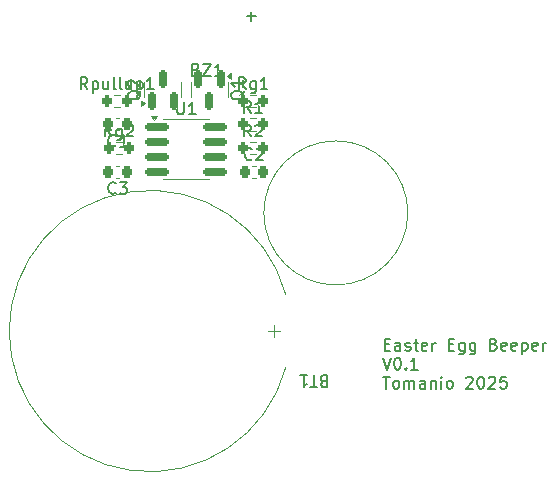
<source format=gbr>
%TF.GenerationSoftware,KiCad,Pcbnew,8.0.8*%
%TF.CreationDate,2025-02-19T12:39:33-05:00*%
%TF.ProjectId,beeping-easter-egg,62656570-696e-4672-9d65-61737465722d,rev?*%
%TF.SameCoordinates,Original*%
%TF.FileFunction,Legend,Top*%
%TF.FilePolarity,Positive*%
%FSLAX46Y46*%
G04 Gerber Fmt 4.6, Leading zero omitted, Abs format (unit mm)*
G04 Created by KiCad (PCBNEW 8.0.8) date 2025-02-19 12:39:33*
%MOMM*%
%LPD*%
G01*
G04 APERTURE LIST*
G04 Aperture macros list*
%AMRoundRect*
0 Rectangle with rounded corners*
0 $1 Rounding radius*
0 $2 $3 $4 $5 $6 $7 $8 $9 X,Y pos of 4 corners*
0 Add a 4 corners polygon primitive as box body*
4,1,4,$2,$3,$4,$5,$6,$7,$8,$9,$2,$3,0*
0 Add four circle primitives for the rounded corners*
1,1,$1+$1,$2,$3*
1,1,$1+$1,$4,$5*
1,1,$1+$1,$6,$7*
1,1,$1+$1,$8,$9*
0 Add four rect primitives between the rounded corners*
20,1,$1+$1,$2,$3,$4,$5,0*
20,1,$1+$1,$4,$5,$6,$7,0*
20,1,$1+$1,$6,$7,$8,$9,0*
20,1,$1+$1,$8,$9,$2,$3,0*%
G04 Aperture macros list end*
%ADD10C,0.150000*%
%ADD11C,0.120000*%
%ADD12RoundRect,0.200000X-0.200000X-0.275000X0.200000X-0.275000X0.200000X0.275000X-0.200000X0.275000X0*%
%ADD13R,2.000000X2.000000*%
%ADD14C,2.000000*%
%ADD15RoundRect,0.150000X0.150000X-0.587500X0.150000X0.587500X-0.150000X0.587500X-0.150000X-0.587500X0*%
%ADD16RoundRect,0.225000X-0.225000X-0.250000X0.225000X-0.250000X0.225000X0.250000X-0.225000X0.250000X0*%
%ADD17RoundRect,0.225000X0.225000X0.250000X-0.225000X0.250000X-0.225000X-0.250000X0.225000X-0.250000X0*%
%ADD18RoundRect,0.150000X-0.825000X-0.150000X0.825000X-0.150000X0.825000X0.150000X-0.825000X0.150000X0*%
%ADD19RoundRect,0.150000X-0.150000X0.587500X-0.150000X-0.587500X0.150000X-0.587500X0.150000X0.587500X0*%
%ADD20R,1.700000X1.700000*%
%ADD21O,1.700000X1.700000*%
G04 APERTURE END LIST*
D10*
X119336779Y-122126121D02*
X119670112Y-122126121D01*
X119812969Y-122649931D02*
X119336779Y-122649931D01*
X119336779Y-122649931D02*
X119336779Y-121649931D01*
X119336779Y-121649931D02*
X119812969Y-121649931D01*
X120670112Y-122649931D02*
X120670112Y-122126121D01*
X120670112Y-122126121D02*
X120622493Y-122030883D01*
X120622493Y-122030883D02*
X120527255Y-121983264D01*
X120527255Y-121983264D02*
X120336779Y-121983264D01*
X120336779Y-121983264D02*
X120241541Y-122030883D01*
X120670112Y-122602312D02*
X120574874Y-122649931D01*
X120574874Y-122649931D02*
X120336779Y-122649931D01*
X120336779Y-122649931D02*
X120241541Y-122602312D01*
X120241541Y-122602312D02*
X120193922Y-122507073D01*
X120193922Y-122507073D02*
X120193922Y-122411835D01*
X120193922Y-122411835D02*
X120241541Y-122316597D01*
X120241541Y-122316597D02*
X120336779Y-122268978D01*
X120336779Y-122268978D02*
X120574874Y-122268978D01*
X120574874Y-122268978D02*
X120670112Y-122221359D01*
X121098684Y-122602312D02*
X121193922Y-122649931D01*
X121193922Y-122649931D02*
X121384398Y-122649931D01*
X121384398Y-122649931D02*
X121479636Y-122602312D01*
X121479636Y-122602312D02*
X121527255Y-122507073D01*
X121527255Y-122507073D02*
X121527255Y-122459454D01*
X121527255Y-122459454D02*
X121479636Y-122364216D01*
X121479636Y-122364216D02*
X121384398Y-122316597D01*
X121384398Y-122316597D02*
X121241541Y-122316597D01*
X121241541Y-122316597D02*
X121146303Y-122268978D01*
X121146303Y-122268978D02*
X121098684Y-122173740D01*
X121098684Y-122173740D02*
X121098684Y-122126121D01*
X121098684Y-122126121D02*
X121146303Y-122030883D01*
X121146303Y-122030883D02*
X121241541Y-121983264D01*
X121241541Y-121983264D02*
X121384398Y-121983264D01*
X121384398Y-121983264D02*
X121479636Y-122030883D01*
X121812970Y-121983264D02*
X122193922Y-121983264D01*
X121955827Y-121649931D02*
X121955827Y-122507073D01*
X121955827Y-122507073D02*
X122003446Y-122602312D01*
X122003446Y-122602312D02*
X122098684Y-122649931D01*
X122098684Y-122649931D02*
X122193922Y-122649931D01*
X122908208Y-122602312D02*
X122812970Y-122649931D01*
X122812970Y-122649931D02*
X122622494Y-122649931D01*
X122622494Y-122649931D02*
X122527256Y-122602312D01*
X122527256Y-122602312D02*
X122479637Y-122507073D01*
X122479637Y-122507073D02*
X122479637Y-122126121D01*
X122479637Y-122126121D02*
X122527256Y-122030883D01*
X122527256Y-122030883D02*
X122622494Y-121983264D01*
X122622494Y-121983264D02*
X122812970Y-121983264D01*
X122812970Y-121983264D02*
X122908208Y-122030883D01*
X122908208Y-122030883D02*
X122955827Y-122126121D01*
X122955827Y-122126121D02*
X122955827Y-122221359D01*
X122955827Y-122221359D02*
X122479637Y-122316597D01*
X123384399Y-122649931D02*
X123384399Y-121983264D01*
X123384399Y-122173740D02*
X123432018Y-122078502D01*
X123432018Y-122078502D02*
X123479637Y-122030883D01*
X123479637Y-122030883D02*
X123574875Y-121983264D01*
X123574875Y-121983264D02*
X123670113Y-121983264D01*
X124765352Y-122126121D02*
X125098685Y-122126121D01*
X125241542Y-122649931D02*
X124765352Y-122649931D01*
X124765352Y-122649931D02*
X124765352Y-121649931D01*
X124765352Y-121649931D02*
X125241542Y-121649931D01*
X126098685Y-121983264D02*
X126098685Y-122792788D01*
X126098685Y-122792788D02*
X126051066Y-122888026D01*
X126051066Y-122888026D02*
X126003447Y-122935645D01*
X126003447Y-122935645D02*
X125908209Y-122983264D01*
X125908209Y-122983264D02*
X125765352Y-122983264D01*
X125765352Y-122983264D02*
X125670114Y-122935645D01*
X126098685Y-122602312D02*
X126003447Y-122649931D01*
X126003447Y-122649931D02*
X125812971Y-122649931D01*
X125812971Y-122649931D02*
X125717733Y-122602312D01*
X125717733Y-122602312D02*
X125670114Y-122554692D01*
X125670114Y-122554692D02*
X125622495Y-122459454D01*
X125622495Y-122459454D02*
X125622495Y-122173740D01*
X125622495Y-122173740D02*
X125670114Y-122078502D01*
X125670114Y-122078502D02*
X125717733Y-122030883D01*
X125717733Y-122030883D02*
X125812971Y-121983264D01*
X125812971Y-121983264D02*
X126003447Y-121983264D01*
X126003447Y-121983264D02*
X126098685Y-122030883D01*
X127003447Y-121983264D02*
X127003447Y-122792788D01*
X127003447Y-122792788D02*
X126955828Y-122888026D01*
X126955828Y-122888026D02*
X126908209Y-122935645D01*
X126908209Y-122935645D02*
X126812971Y-122983264D01*
X126812971Y-122983264D02*
X126670114Y-122983264D01*
X126670114Y-122983264D02*
X126574876Y-122935645D01*
X127003447Y-122602312D02*
X126908209Y-122649931D01*
X126908209Y-122649931D02*
X126717733Y-122649931D01*
X126717733Y-122649931D02*
X126622495Y-122602312D01*
X126622495Y-122602312D02*
X126574876Y-122554692D01*
X126574876Y-122554692D02*
X126527257Y-122459454D01*
X126527257Y-122459454D02*
X126527257Y-122173740D01*
X126527257Y-122173740D02*
X126574876Y-122078502D01*
X126574876Y-122078502D02*
X126622495Y-122030883D01*
X126622495Y-122030883D02*
X126717733Y-121983264D01*
X126717733Y-121983264D02*
X126908209Y-121983264D01*
X126908209Y-121983264D02*
X127003447Y-122030883D01*
X128574876Y-122126121D02*
X128717733Y-122173740D01*
X128717733Y-122173740D02*
X128765352Y-122221359D01*
X128765352Y-122221359D02*
X128812971Y-122316597D01*
X128812971Y-122316597D02*
X128812971Y-122459454D01*
X128812971Y-122459454D02*
X128765352Y-122554692D01*
X128765352Y-122554692D02*
X128717733Y-122602312D01*
X128717733Y-122602312D02*
X128622495Y-122649931D01*
X128622495Y-122649931D02*
X128241543Y-122649931D01*
X128241543Y-122649931D02*
X128241543Y-121649931D01*
X128241543Y-121649931D02*
X128574876Y-121649931D01*
X128574876Y-121649931D02*
X128670114Y-121697550D01*
X128670114Y-121697550D02*
X128717733Y-121745169D01*
X128717733Y-121745169D02*
X128765352Y-121840407D01*
X128765352Y-121840407D02*
X128765352Y-121935645D01*
X128765352Y-121935645D02*
X128717733Y-122030883D01*
X128717733Y-122030883D02*
X128670114Y-122078502D01*
X128670114Y-122078502D02*
X128574876Y-122126121D01*
X128574876Y-122126121D02*
X128241543Y-122126121D01*
X129622495Y-122602312D02*
X129527257Y-122649931D01*
X129527257Y-122649931D02*
X129336781Y-122649931D01*
X129336781Y-122649931D02*
X129241543Y-122602312D01*
X129241543Y-122602312D02*
X129193924Y-122507073D01*
X129193924Y-122507073D02*
X129193924Y-122126121D01*
X129193924Y-122126121D02*
X129241543Y-122030883D01*
X129241543Y-122030883D02*
X129336781Y-121983264D01*
X129336781Y-121983264D02*
X129527257Y-121983264D01*
X129527257Y-121983264D02*
X129622495Y-122030883D01*
X129622495Y-122030883D02*
X129670114Y-122126121D01*
X129670114Y-122126121D02*
X129670114Y-122221359D01*
X129670114Y-122221359D02*
X129193924Y-122316597D01*
X130479638Y-122602312D02*
X130384400Y-122649931D01*
X130384400Y-122649931D02*
X130193924Y-122649931D01*
X130193924Y-122649931D02*
X130098686Y-122602312D01*
X130098686Y-122602312D02*
X130051067Y-122507073D01*
X130051067Y-122507073D02*
X130051067Y-122126121D01*
X130051067Y-122126121D02*
X130098686Y-122030883D01*
X130098686Y-122030883D02*
X130193924Y-121983264D01*
X130193924Y-121983264D02*
X130384400Y-121983264D01*
X130384400Y-121983264D02*
X130479638Y-122030883D01*
X130479638Y-122030883D02*
X130527257Y-122126121D01*
X130527257Y-122126121D02*
X130527257Y-122221359D01*
X130527257Y-122221359D02*
X130051067Y-122316597D01*
X130955829Y-121983264D02*
X130955829Y-122983264D01*
X130955829Y-122030883D02*
X131051067Y-121983264D01*
X131051067Y-121983264D02*
X131241543Y-121983264D01*
X131241543Y-121983264D02*
X131336781Y-122030883D01*
X131336781Y-122030883D02*
X131384400Y-122078502D01*
X131384400Y-122078502D02*
X131432019Y-122173740D01*
X131432019Y-122173740D02*
X131432019Y-122459454D01*
X131432019Y-122459454D02*
X131384400Y-122554692D01*
X131384400Y-122554692D02*
X131336781Y-122602312D01*
X131336781Y-122602312D02*
X131241543Y-122649931D01*
X131241543Y-122649931D02*
X131051067Y-122649931D01*
X131051067Y-122649931D02*
X130955829Y-122602312D01*
X132241543Y-122602312D02*
X132146305Y-122649931D01*
X132146305Y-122649931D02*
X131955829Y-122649931D01*
X131955829Y-122649931D02*
X131860591Y-122602312D01*
X131860591Y-122602312D02*
X131812972Y-122507073D01*
X131812972Y-122507073D02*
X131812972Y-122126121D01*
X131812972Y-122126121D02*
X131860591Y-122030883D01*
X131860591Y-122030883D02*
X131955829Y-121983264D01*
X131955829Y-121983264D02*
X132146305Y-121983264D01*
X132146305Y-121983264D02*
X132241543Y-122030883D01*
X132241543Y-122030883D02*
X132289162Y-122126121D01*
X132289162Y-122126121D02*
X132289162Y-122221359D01*
X132289162Y-122221359D02*
X131812972Y-122316597D01*
X132717734Y-122649931D02*
X132717734Y-121983264D01*
X132717734Y-122173740D02*
X132765353Y-122078502D01*
X132765353Y-122078502D02*
X132812972Y-122030883D01*
X132812972Y-122030883D02*
X132908210Y-121983264D01*
X132908210Y-121983264D02*
X133003448Y-121983264D01*
X119193922Y-123259875D02*
X119527255Y-124259875D01*
X119527255Y-124259875D02*
X119860588Y-123259875D01*
X120384398Y-123259875D02*
X120479636Y-123259875D01*
X120479636Y-123259875D02*
X120574874Y-123307494D01*
X120574874Y-123307494D02*
X120622493Y-123355113D01*
X120622493Y-123355113D02*
X120670112Y-123450351D01*
X120670112Y-123450351D02*
X120717731Y-123640827D01*
X120717731Y-123640827D02*
X120717731Y-123878922D01*
X120717731Y-123878922D02*
X120670112Y-124069398D01*
X120670112Y-124069398D02*
X120622493Y-124164636D01*
X120622493Y-124164636D02*
X120574874Y-124212256D01*
X120574874Y-124212256D02*
X120479636Y-124259875D01*
X120479636Y-124259875D02*
X120384398Y-124259875D01*
X120384398Y-124259875D02*
X120289160Y-124212256D01*
X120289160Y-124212256D02*
X120241541Y-124164636D01*
X120241541Y-124164636D02*
X120193922Y-124069398D01*
X120193922Y-124069398D02*
X120146303Y-123878922D01*
X120146303Y-123878922D02*
X120146303Y-123640827D01*
X120146303Y-123640827D02*
X120193922Y-123450351D01*
X120193922Y-123450351D02*
X120241541Y-123355113D01*
X120241541Y-123355113D02*
X120289160Y-123307494D01*
X120289160Y-123307494D02*
X120384398Y-123259875D01*
X121146303Y-124164636D02*
X121193922Y-124212256D01*
X121193922Y-124212256D02*
X121146303Y-124259875D01*
X121146303Y-124259875D02*
X121098684Y-124212256D01*
X121098684Y-124212256D02*
X121146303Y-124164636D01*
X121146303Y-124164636D02*
X121146303Y-124259875D01*
X122146302Y-124259875D02*
X121574874Y-124259875D01*
X121860588Y-124259875D02*
X121860588Y-123259875D01*
X121860588Y-123259875D02*
X121765350Y-123402732D01*
X121765350Y-123402732D02*
X121670112Y-123497970D01*
X121670112Y-123497970D02*
X121574874Y-123545589D01*
X119193922Y-124869819D02*
X119765350Y-124869819D01*
X119479636Y-125869819D02*
X119479636Y-124869819D01*
X120241541Y-125869819D02*
X120146303Y-125822200D01*
X120146303Y-125822200D02*
X120098684Y-125774580D01*
X120098684Y-125774580D02*
X120051065Y-125679342D01*
X120051065Y-125679342D02*
X120051065Y-125393628D01*
X120051065Y-125393628D02*
X120098684Y-125298390D01*
X120098684Y-125298390D02*
X120146303Y-125250771D01*
X120146303Y-125250771D02*
X120241541Y-125203152D01*
X120241541Y-125203152D02*
X120384398Y-125203152D01*
X120384398Y-125203152D02*
X120479636Y-125250771D01*
X120479636Y-125250771D02*
X120527255Y-125298390D01*
X120527255Y-125298390D02*
X120574874Y-125393628D01*
X120574874Y-125393628D02*
X120574874Y-125679342D01*
X120574874Y-125679342D02*
X120527255Y-125774580D01*
X120527255Y-125774580D02*
X120479636Y-125822200D01*
X120479636Y-125822200D02*
X120384398Y-125869819D01*
X120384398Y-125869819D02*
X120241541Y-125869819D01*
X121003446Y-125869819D02*
X121003446Y-125203152D01*
X121003446Y-125298390D02*
X121051065Y-125250771D01*
X121051065Y-125250771D02*
X121146303Y-125203152D01*
X121146303Y-125203152D02*
X121289160Y-125203152D01*
X121289160Y-125203152D02*
X121384398Y-125250771D01*
X121384398Y-125250771D02*
X121432017Y-125346009D01*
X121432017Y-125346009D02*
X121432017Y-125869819D01*
X121432017Y-125346009D02*
X121479636Y-125250771D01*
X121479636Y-125250771D02*
X121574874Y-125203152D01*
X121574874Y-125203152D02*
X121717731Y-125203152D01*
X121717731Y-125203152D02*
X121812970Y-125250771D01*
X121812970Y-125250771D02*
X121860589Y-125346009D01*
X121860589Y-125346009D02*
X121860589Y-125869819D01*
X122765350Y-125869819D02*
X122765350Y-125346009D01*
X122765350Y-125346009D02*
X122717731Y-125250771D01*
X122717731Y-125250771D02*
X122622493Y-125203152D01*
X122622493Y-125203152D02*
X122432017Y-125203152D01*
X122432017Y-125203152D02*
X122336779Y-125250771D01*
X122765350Y-125822200D02*
X122670112Y-125869819D01*
X122670112Y-125869819D02*
X122432017Y-125869819D01*
X122432017Y-125869819D02*
X122336779Y-125822200D01*
X122336779Y-125822200D02*
X122289160Y-125726961D01*
X122289160Y-125726961D02*
X122289160Y-125631723D01*
X122289160Y-125631723D02*
X122336779Y-125536485D01*
X122336779Y-125536485D02*
X122432017Y-125488866D01*
X122432017Y-125488866D02*
X122670112Y-125488866D01*
X122670112Y-125488866D02*
X122765350Y-125441247D01*
X123241541Y-125203152D02*
X123241541Y-125869819D01*
X123241541Y-125298390D02*
X123289160Y-125250771D01*
X123289160Y-125250771D02*
X123384398Y-125203152D01*
X123384398Y-125203152D02*
X123527255Y-125203152D01*
X123527255Y-125203152D02*
X123622493Y-125250771D01*
X123622493Y-125250771D02*
X123670112Y-125346009D01*
X123670112Y-125346009D02*
X123670112Y-125869819D01*
X124146303Y-125869819D02*
X124146303Y-125203152D01*
X124146303Y-124869819D02*
X124098684Y-124917438D01*
X124098684Y-124917438D02*
X124146303Y-124965057D01*
X124146303Y-124965057D02*
X124193922Y-124917438D01*
X124193922Y-124917438D02*
X124146303Y-124869819D01*
X124146303Y-124869819D02*
X124146303Y-124965057D01*
X124765350Y-125869819D02*
X124670112Y-125822200D01*
X124670112Y-125822200D02*
X124622493Y-125774580D01*
X124622493Y-125774580D02*
X124574874Y-125679342D01*
X124574874Y-125679342D02*
X124574874Y-125393628D01*
X124574874Y-125393628D02*
X124622493Y-125298390D01*
X124622493Y-125298390D02*
X124670112Y-125250771D01*
X124670112Y-125250771D02*
X124765350Y-125203152D01*
X124765350Y-125203152D02*
X124908207Y-125203152D01*
X124908207Y-125203152D02*
X125003445Y-125250771D01*
X125003445Y-125250771D02*
X125051064Y-125298390D01*
X125051064Y-125298390D02*
X125098683Y-125393628D01*
X125098683Y-125393628D02*
X125098683Y-125679342D01*
X125098683Y-125679342D02*
X125051064Y-125774580D01*
X125051064Y-125774580D02*
X125003445Y-125822200D01*
X125003445Y-125822200D02*
X124908207Y-125869819D01*
X124908207Y-125869819D02*
X124765350Y-125869819D01*
X126241541Y-124965057D02*
X126289160Y-124917438D01*
X126289160Y-124917438D02*
X126384398Y-124869819D01*
X126384398Y-124869819D02*
X126622493Y-124869819D01*
X126622493Y-124869819D02*
X126717731Y-124917438D01*
X126717731Y-124917438D02*
X126765350Y-124965057D01*
X126765350Y-124965057D02*
X126812969Y-125060295D01*
X126812969Y-125060295D02*
X126812969Y-125155533D01*
X126812969Y-125155533D02*
X126765350Y-125298390D01*
X126765350Y-125298390D02*
X126193922Y-125869819D01*
X126193922Y-125869819D02*
X126812969Y-125869819D01*
X127432017Y-124869819D02*
X127527255Y-124869819D01*
X127527255Y-124869819D02*
X127622493Y-124917438D01*
X127622493Y-124917438D02*
X127670112Y-124965057D01*
X127670112Y-124965057D02*
X127717731Y-125060295D01*
X127717731Y-125060295D02*
X127765350Y-125250771D01*
X127765350Y-125250771D02*
X127765350Y-125488866D01*
X127765350Y-125488866D02*
X127717731Y-125679342D01*
X127717731Y-125679342D02*
X127670112Y-125774580D01*
X127670112Y-125774580D02*
X127622493Y-125822200D01*
X127622493Y-125822200D02*
X127527255Y-125869819D01*
X127527255Y-125869819D02*
X127432017Y-125869819D01*
X127432017Y-125869819D02*
X127336779Y-125822200D01*
X127336779Y-125822200D02*
X127289160Y-125774580D01*
X127289160Y-125774580D02*
X127241541Y-125679342D01*
X127241541Y-125679342D02*
X127193922Y-125488866D01*
X127193922Y-125488866D02*
X127193922Y-125250771D01*
X127193922Y-125250771D02*
X127241541Y-125060295D01*
X127241541Y-125060295D02*
X127289160Y-124965057D01*
X127289160Y-124965057D02*
X127336779Y-124917438D01*
X127336779Y-124917438D02*
X127432017Y-124869819D01*
X128146303Y-124965057D02*
X128193922Y-124917438D01*
X128193922Y-124917438D02*
X128289160Y-124869819D01*
X128289160Y-124869819D02*
X128527255Y-124869819D01*
X128527255Y-124869819D02*
X128622493Y-124917438D01*
X128622493Y-124917438D02*
X128670112Y-124965057D01*
X128670112Y-124965057D02*
X128717731Y-125060295D01*
X128717731Y-125060295D02*
X128717731Y-125155533D01*
X128717731Y-125155533D02*
X128670112Y-125298390D01*
X128670112Y-125298390D02*
X128098684Y-125869819D01*
X128098684Y-125869819D02*
X128717731Y-125869819D01*
X129622493Y-124869819D02*
X129146303Y-124869819D01*
X129146303Y-124869819D02*
X129098684Y-125346009D01*
X129098684Y-125346009D02*
X129146303Y-125298390D01*
X129146303Y-125298390D02*
X129241541Y-125250771D01*
X129241541Y-125250771D02*
X129479636Y-125250771D01*
X129479636Y-125250771D02*
X129574874Y-125298390D01*
X129574874Y-125298390D02*
X129622493Y-125346009D01*
X129622493Y-125346009D02*
X129670112Y-125441247D01*
X129670112Y-125441247D02*
X129670112Y-125679342D01*
X129670112Y-125679342D02*
X129622493Y-125774580D01*
X129622493Y-125774580D02*
X129574874Y-125822200D01*
X129574874Y-125822200D02*
X129479636Y-125869819D01*
X129479636Y-125869819D02*
X129241541Y-125869819D01*
X129241541Y-125869819D02*
X129146303Y-125822200D01*
X129146303Y-125822200D02*
X129098684Y-125774580D01*
X94174999Y-100524819D02*
X93841666Y-100048628D01*
X93603571Y-100524819D02*
X93603571Y-99524819D01*
X93603571Y-99524819D02*
X93984523Y-99524819D01*
X93984523Y-99524819D02*
X94079761Y-99572438D01*
X94079761Y-99572438D02*
X94127380Y-99620057D01*
X94127380Y-99620057D02*
X94174999Y-99715295D01*
X94174999Y-99715295D02*
X94174999Y-99858152D01*
X94174999Y-99858152D02*
X94127380Y-99953390D01*
X94127380Y-99953390D02*
X94079761Y-100001009D01*
X94079761Y-100001009D02*
X93984523Y-100048628D01*
X93984523Y-100048628D02*
X93603571Y-100048628D01*
X94603571Y-99858152D02*
X94603571Y-100858152D01*
X94603571Y-99905771D02*
X94698809Y-99858152D01*
X94698809Y-99858152D02*
X94889285Y-99858152D01*
X94889285Y-99858152D02*
X94984523Y-99905771D01*
X94984523Y-99905771D02*
X95032142Y-99953390D01*
X95032142Y-99953390D02*
X95079761Y-100048628D01*
X95079761Y-100048628D02*
X95079761Y-100334342D01*
X95079761Y-100334342D02*
X95032142Y-100429580D01*
X95032142Y-100429580D02*
X94984523Y-100477200D01*
X94984523Y-100477200D02*
X94889285Y-100524819D01*
X94889285Y-100524819D02*
X94698809Y-100524819D01*
X94698809Y-100524819D02*
X94603571Y-100477200D01*
X95936904Y-99858152D02*
X95936904Y-100524819D01*
X95508333Y-99858152D02*
X95508333Y-100381961D01*
X95508333Y-100381961D02*
X95555952Y-100477200D01*
X95555952Y-100477200D02*
X95651190Y-100524819D01*
X95651190Y-100524819D02*
X95794047Y-100524819D01*
X95794047Y-100524819D02*
X95889285Y-100477200D01*
X95889285Y-100477200D02*
X95936904Y-100429580D01*
X96555952Y-100524819D02*
X96460714Y-100477200D01*
X96460714Y-100477200D02*
X96413095Y-100381961D01*
X96413095Y-100381961D02*
X96413095Y-99524819D01*
X97079762Y-100524819D02*
X96984524Y-100477200D01*
X96984524Y-100477200D02*
X96936905Y-100381961D01*
X96936905Y-100381961D02*
X96936905Y-99524819D01*
X97889286Y-99858152D02*
X97889286Y-100524819D01*
X97460715Y-99858152D02*
X97460715Y-100381961D01*
X97460715Y-100381961D02*
X97508334Y-100477200D01*
X97508334Y-100477200D02*
X97603572Y-100524819D01*
X97603572Y-100524819D02*
X97746429Y-100524819D01*
X97746429Y-100524819D02*
X97841667Y-100477200D01*
X97841667Y-100477200D02*
X97889286Y-100429580D01*
X98365477Y-99858152D02*
X98365477Y-100858152D01*
X98365477Y-99905771D02*
X98460715Y-99858152D01*
X98460715Y-99858152D02*
X98651191Y-99858152D01*
X98651191Y-99858152D02*
X98746429Y-99905771D01*
X98746429Y-99905771D02*
X98794048Y-99953390D01*
X98794048Y-99953390D02*
X98841667Y-100048628D01*
X98841667Y-100048628D02*
X98841667Y-100334342D01*
X98841667Y-100334342D02*
X98794048Y-100429580D01*
X98794048Y-100429580D02*
X98746429Y-100477200D01*
X98746429Y-100477200D02*
X98651191Y-100524819D01*
X98651191Y-100524819D02*
X98460715Y-100524819D01*
X98460715Y-100524819D02*
X98365477Y-100477200D01*
X99794048Y-100524819D02*
X99222620Y-100524819D01*
X99508334Y-100524819D02*
X99508334Y-99524819D01*
X99508334Y-99524819D02*
X99413096Y-99667676D01*
X99413096Y-99667676D02*
X99317858Y-99762914D01*
X99317858Y-99762914D02*
X99222620Y-99810533D01*
X103369047Y-98861009D02*
X103511904Y-98908628D01*
X103511904Y-98908628D02*
X103559523Y-98956247D01*
X103559523Y-98956247D02*
X103607142Y-99051485D01*
X103607142Y-99051485D02*
X103607142Y-99194342D01*
X103607142Y-99194342D02*
X103559523Y-99289580D01*
X103559523Y-99289580D02*
X103511904Y-99337200D01*
X103511904Y-99337200D02*
X103416666Y-99384819D01*
X103416666Y-99384819D02*
X103035714Y-99384819D01*
X103035714Y-99384819D02*
X103035714Y-98384819D01*
X103035714Y-98384819D02*
X103369047Y-98384819D01*
X103369047Y-98384819D02*
X103464285Y-98432438D01*
X103464285Y-98432438D02*
X103511904Y-98480057D01*
X103511904Y-98480057D02*
X103559523Y-98575295D01*
X103559523Y-98575295D02*
X103559523Y-98670533D01*
X103559523Y-98670533D02*
X103511904Y-98765771D01*
X103511904Y-98765771D02*
X103464285Y-98813390D01*
X103464285Y-98813390D02*
X103369047Y-98861009D01*
X103369047Y-98861009D02*
X103035714Y-98861009D01*
X103940476Y-98384819D02*
X104607142Y-98384819D01*
X104607142Y-98384819D02*
X103940476Y-99384819D01*
X103940476Y-99384819D02*
X104607142Y-99384819D01*
X105511904Y-99384819D02*
X104940476Y-99384819D01*
X105226190Y-99384819D02*
X105226190Y-98384819D01*
X105226190Y-98384819D02*
X105130952Y-98527676D01*
X105130952Y-98527676D02*
X105035714Y-98622914D01*
X105035714Y-98622914D02*
X104940476Y-98670533D01*
X107679048Y-94343866D02*
X108440953Y-94343866D01*
X108060000Y-94724819D02*
X108060000Y-93962914D01*
X108008333Y-104524819D02*
X107675000Y-104048628D01*
X107436905Y-104524819D02*
X107436905Y-103524819D01*
X107436905Y-103524819D02*
X107817857Y-103524819D01*
X107817857Y-103524819D02*
X107913095Y-103572438D01*
X107913095Y-103572438D02*
X107960714Y-103620057D01*
X107960714Y-103620057D02*
X108008333Y-103715295D01*
X108008333Y-103715295D02*
X108008333Y-103858152D01*
X108008333Y-103858152D02*
X107960714Y-103953390D01*
X107960714Y-103953390D02*
X107913095Y-104001009D01*
X107913095Y-104001009D02*
X107817857Y-104048628D01*
X107817857Y-104048628D02*
X107436905Y-104048628D01*
X108389286Y-103620057D02*
X108436905Y-103572438D01*
X108436905Y-103572438D02*
X108532143Y-103524819D01*
X108532143Y-103524819D02*
X108770238Y-103524819D01*
X108770238Y-103524819D02*
X108865476Y-103572438D01*
X108865476Y-103572438D02*
X108913095Y-103620057D01*
X108913095Y-103620057D02*
X108960714Y-103715295D01*
X108960714Y-103715295D02*
X108960714Y-103810533D01*
X108960714Y-103810533D02*
X108913095Y-103953390D01*
X108913095Y-103953390D02*
X108341667Y-104524819D01*
X108341667Y-104524819D02*
X108960714Y-104524819D01*
X98700057Y-100657738D02*
X98652438Y-100752976D01*
X98652438Y-100752976D02*
X98557200Y-100848214D01*
X98557200Y-100848214D02*
X98414342Y-100991071D01*
X98414342Y-100991071D02*
X98366723Y-101086309D01*
X98366723Y-101086309D02*
X98366723Y-101181547D01*
X98604819Y-101133928D02*
X98557200Y-101229166D01*
X98557200Y-101229166D02*
X98461961Y-101324404D01*
X98461961Y-101324404D02*
X98271485Y-101372023D01*
X98271485Y-101372023D02*
X97938152Y-101372023D01*
X97938152Y-101372023D02*
X97747676Y-101324404D01*
X97747676Y-101324404D02*
X97652438Y-101229166D01*
X97652438Y-101229166D02*
X97604819Y-101133928D01*
X97604819Y-101133928D02*
X97604819Y-100943452D01*
X97604819Y-100943452D02*
X97652438Y-100848214D01*
X97652438Y-100848214D02*
X97747676Y-100752976D01*
X97747676Y-100752976D02*
X97938152Y-100705357D01*
X97938152Y-100705357D02*
X98271485Y-100705357D01*
X98271485Y-100705357D02*
X98461961Y-100752976D01*
X98461961Y-100752976D02*
X98557200Y-100848214D01*
X98557200Y-100848214D02*
X98604819Y-100943452D01*
X98604819Y-100943452D02*
X98604819Y-101133928D01*
X97700057Y-100324404D02*
X97652438Y-100276785D01*
X97652438Y-100276785D02*
X97604819Y-100181547D01*
X97604819Y-100181547D02*
X97604819Y-99943452D01*
X97604819Y-99943452D02*
X97652438Y-99848214D01*
X97652438Y-99848214D02*
X97700057Y-99800595D01*
X97700057Y-99800595D02*
X97795295Y-99752976D01*
X97795295Y-99752976D02*
X97890533Y-99752976D01*
X97890533Y-99752976D02*
X98033390Y-99800595D01*
X98033390Y-99800595D02*
X98604819Y-100372023D01*
X98604819Y-100372023D02*
X98604819Y-99752976D01*
X108108333Y-106429580D02*
X108060714Y-106477200D01*
X108060714Y-106477200D02*
X107917857Y-106524819D01*
X107917857Y-106524819D02*
X107822619Y-106524819D01*
X107822619Y-106524819D02*
X107679762Y-106477200D01*
X107679762Y-106477200D02*
X107584524Y-106381961D01*
X107584524Y-106381961D02*
X107536905Y-106286723D01*
X107536905Y-106286723D02*
X107489286Y-106096247D01*
X107489286Y-106096247D02*
X107489286Y-105953390D01*
X107489286Y-105953390D02*
X107536905Y-105762914D01*
X107536905Y-105762914D02*
X107584524Y-105667676D01*
X107584524Y-105667676D02*
X107679762Y-105572438D01*
X107679762Y-105572438D02*
X107822619Y-105524819D01*
X107822619Y-105524819D02*
X107917857Y-105524819D01*
X107917857Y-105524819D02*
X108060714Y-105572438D01*
X108060714Y-105572438D02*
X108108333Y-105620057D01*
X108489286Y-105620057D02*
X108536905Y-105572438D01*
X108536905Y-105572438D02*
X108632143Y-105524819D01*
X108632143Y-105524819D02*
X108870238Y-105524819D01*
X108870238Y-105524819D02*
X108965476Y-105572438D01*
X108965476Y-105572438D02*
X109013095Y-105620057D01*
X109013095Y-105620057D02*
X109060714Y-105715295D01*
X109060714Y-105715295D02*
X109060714Y-105810533D01*
X109060714Y-105810533D02*
X109013095Y-105953390D01*
X109013095Y-105953390D02*
X108441667Y-106524819D01*
X108441667Y-106524819D02*
X109060714Y-106524819D01*
X107555952Y-100524819D02*
X107222619Y-100048628D01*
X106984524Y-100524819D02*
X106984524Y-99524819D01*
X106984524Y-99524819D02*
X107365476Y-99524819D01*
X107365476Y-99524819D02*
X107460714Y-99572438D01*
X107460714Y-99572438D02*
X107508333Y-99620057D01*
X107508333Y-99620057D02*
X107555952Y-99715295D01*
X107555952Y-99715295D02*
X107555952Y-99858152D01*
X107555952Y-99858152D02*
X107508333Y-99953390D01*
X107508333Y-99953390D02*
X107460714Y-100001009D01*
X107460714Y-100001009D02*
X107365476Y-100048628D01*
X107365476Y-100048628D02*
X106984524Y-100048628D01*
X108413095Y-99858152D02*
X108413095Y-100667676D01*
X108413095Y-100667676D02*
X108365476Y-100762914D01*
X108365476Y-100762914D02*
X108317857Y-100810533D01*
X108317857Y-100810533D02*
X108222619Y-100858152D01*
X108222619Y-100858152D02*
X108079762Y-100858152D01*
X108079762Y-100858152D02*
X107984524Y-100810533D01*
X108413095Y-100477200D02*
X108317857Y-100524819D01*
X108317857Y-100524819D02*
X108127381Y-100524819D01*
X108127381Y-100524819D02*
X108032143Y-100477200D01*
X108032143Y-100477200D02*
X107984524Y-100429580D01*
X107984524Y-100429580D02*
X107936905Y-100334342D01*
X107936905Y-100334342D02*
X107936905Y-100048628D01*
X107936905Y-100048628D02*
X107984524Y-99953390D01*
X107984524Y-99953390D02*
X108032143Y-99905771D01*
X108032143Y-99905771D02*
X108127381Y-99858152D01*
X108127381Y-99858152D02*
X108317857Y-99858152D01*
X108317857Y-99858152D02*
X108413095Y-99905771D01*
X109413095Y-100524819D02*
X108841667Y-100524819D01*
X109127381Y-100524819D02*
X109127381Y-99524819D01*
X109127381Y-99524819D02*
X109032143Y-99667676D01*
X109032143Y-99667676D02*
X108936905Y-99762914D01*
X108936905Y-99762914D02*
X108841667Y-99810533D01*
X96558333Y-109289580D02*
X96510714Y-109337200D01*
X96510714Y-109337200D02*
X96367857Y-109384819D01*
X96367857Y-109384819D02*
X96272619Y-109384819D01*
X96272619Y-109384819D02*
X96129762Y-109337200D01*
X96129762Y-109337200D02*
X96034524Y-109241961D01*
X96034524Y-109241961D02*
X95986905Y-109146723D01*
X95986905Y-109146723D02*
X95939286Y-108956247D01*
X95939286Y-108956247D02*
X95939286Y-108813390D01*
X95939286Y-108813390D02*
X95986905Y-108622914D01*
X95986905Y-108622914D02*
X96034524Y-108527676D01*
X96034524Y-108527676D02*
X96129762Y-108432438D01*
X96129762Y-108432438D02*
X96272619Y-108384819D01*
X96272619Y-108384819D02*
X96367857Y-108384819D01*
X96367857Y-108384819D02*
X96510714Y-108432438D01*
X96510714Y-108432438D02*
X96558333Y-108480057D01*
X96891667Y-108384819D02*
X97510714Y-108384819D01*
X97510714Y-108384819D02*
X97177381Y-108765771D01*
X97177381Y-108765771D02*
X97320238Y-108765771D01*
X97320238Y-108765771D02*
X97415476Y-108813390D01*
X97415476Y-108813390D02*
X97463095Y-108861009D01*
X97463095Y-108861009D02*
X97510714Y-108956247D01*
X97510714Y-108956247D02*
X97510714Y-109194342D01*
X97510714Y-109194342D02*
X97463095Y-109289580D01*
X97463095Y-109289580D02*
X97415476Y-109337200D01*
X97415476Y-109337200D02*
X97320238Y-109384819D01*
X97320238Y-109384819D02*
X97034524Y-109384819D01*
X97034524Y-109384819D02*
X96939286Y-109337200D01*
X96939286Y-109337200D02*
X96891667Y-109289580D01*
X96558333Y-105289580D02*
X96510714Y-105337200D01*
X96510714Y-105337200D02*
X96367857Y-105384819D01*
X96367857Y-105384819D02*
X96272619Y-105384819D01*
X96272619Y-105384819D02*
X96129762Y-105337200D01*
X96129762Y-105337200D02*
X96034524Y-105241961D01*
X96034524Y-105241961D02*
X95986905Y-105146723D01*
X95986905Y-105146723D02*
X95939286Y-104956247D01*
X95939286Y-104956247D02*
X95939286Y-104813390D01*
X95939286Y-104813390D02*
X95986905Y-104622914D01*
X95986905Y-104622914D02*
X96034524Y-104527676D01*
X96034524Y-104527676D02*
X96129762Y-104432438D01*
X96129762Y-104432438D02*
X96272619Y-104384819D01*
X96272619Y-104384819D02*
X96367857Y-104384819D01*
X96367857Y-104384819D02*
X96510714Y-104432438D01*
X96510714Y-104432438D02*
X96558333Y-104480057D01*
X97510714Y-105384819D02*
X96939286Y-105384819D01*
X97225000Y-105384819D02*
X97225000Y-104384819D01*
X97225000Y-104384819D02*
X97129762Y-104527676D01*
X97129762Y-104527676D02*
X97034524Y-104622914D01*
X97034524Y-104622914D02*
X96939286Y-104670533D01*
X101763095Y-101649819D02*
X101763095Y-102459342D01*
X101763095Y-102459342D02*
X101810714Y-102554580D01*
X101810714Y-102554580D02*
X101858333Y-102602200D01*
X101858333Y-102602200D02*
X101953571Y-102649819D01*
X101953571Y-102649819D02*
X102144047Y-102649819D01*
X102144047Y-102649819D02*
X102239285Y-102602200D01*
X102239285Y-102602200D02*
X102286904Y-102554580D01*
X102286904Y-102554580D02*
X102334523Y-102459342D01*
X102334523Y-102459342D02*
X102334523Y-101649819D01*
X103334523Y-102649819D02*
X102763095Y-102649819D01*
X103048809Y-102649819D02*
X103048809Y-101649819D01*
X103048809Y-101649819D02*
X102953571Y-101792676D01*
X102953571Y-101792676D02*
X102858333Y-101887914D01*
X102858333Y-101887914D02*
X102763095Y-101935533D01*
X114143169Y-125268990D02*
X114000312Y-125221371D01*
X114000312Y-125221371D02*
X113952693Y-125173752D01*
X113952693Y-125173752D02*
X113905074Y-125078514D01*
X113905074Y-125078514D02*
X113905074Y-124935657D01*
X113905074Y-124935657D02*
X113952693Y-124840419D01*
X113952693Y-124840419D02*
X114000312Y-124792800D01*
X114000312Y-124792800D02*
X114095550Y-124745180D01*
X114095550Y-124745180D02*
X114476502Y-124745180D01*
X114476502Y-124745180D02*
X114476502Y-125745180D01*
X114476502Y-125745180D02*
X114143169Y-125745180D01*
X114143169Y-125745180D02*
X114047931Y-125697561D01*
X114047931Y-125697561D02*
X114000312Y-125649942D01*
X114000312Y-125649942D02*
X113952693Y-125554704D01*
X113952693Y-125554704D02*
X113952693Y-125459466D01*
X113952693Y-125459466D02*
X114000312Y-125364228D01*
X114000312Y-125364228D02*
X114047931Y-125316609D01*
X114047931Y-125316609D02*
X114143169Y-125268990D01*
X114143169Y-125268990D02*
X114476502Y-125268990D01*
X113619359Y-125745180D02*
X113047931Y-125745180D01*
X113333645Y-124745180D02*
X113333645Y-125745180D01*
X112190788Y-124745180D02*
X112762216Y-124745180D01*
X112476502Y-124745180D02*
X112476502Y-125745180D01*
X112476502Y-125745180D02*
X112571740Y-125602323D01*
X112571740Y-125602323D02*
X112666978Y-125507085D01*
X112666978Y-125507085D02*
X112762216Y-125459466D01*
X108008333Y-102524819D02*
X107675000Y-102048628D01*
X107436905Y-102524819D02*
X107436905Y-101524819D01*
X107436905Y-101524819D02*
X107817857Y-101524819D01*
X107817857Y-101524819D02*
X107913095Y-101572438D01*
X107913095Y-101572438D02*
X107960714Y-101620057D01*
X107960714Y-101620057D02*
X108008333Y-101715295D01*
X108008333Y-101715295D02*
X108008333Y-101858152D01*
X108008333Y-101858152D02*
X107960714Y-101953390D01*
X107960714Y-101953390D02*
X107913095Y-102001009D01*
X107913095Y-102001009D02*
X107817857Y-102048628D01*
X107817857Y-102048628D02*
X107436905Y-102048628D01*
X108960714Y-102524819D02*
X108389286Y-102524819D01*
X108675000Y-102524819D02*
X108675000Y-101524819D01*
X108675000Y-101524819D02*
X108579762Y-101667676D01*
X108579762Y-101667676D02*
X108484524Y-101762914D01*
X108484524Y-101762914D02*
X108389286Y-101810533D01*
X96205952Y-104524819D02*
X95872619Y-104048628D01*
X95634524Y-104524819D02*
X95634524Y-103524819D01*
X95634524Y-103524819D02*
X96015476Y-103524819D01*
X96015476Y-103524819D02*
X96110714Y-103572438D01*
X96110714Y-103572438D02*
X96158333Y-103620057D01*
X96158333Y-103620057D02*
X96205952Y-103715295D01*
X96205952Y-103715295D02*
X96205952Y-103858152D01*
X96205952Y-103858152D02*
X96158333Y-103953390D01*
X96158333Y-103953390D02*
X96110714Y-104001009D01*
X96110714Y-104001009D02*
X96015476Y-104048628D01*
X96015476Y-104048628D02*
X95634524Y-104048628D01*
X97063095Y-103858152D02*
X97063095Y-104667676D01*
X97063095Y-104667676D02*
X97015476Y-104762914D01*
X97015476Y-104762914D02*
X96967857Y-104810533D01*
X96967857Y-104810533D02*
X96872619Y-104858152D01*
X96872619Y-104858152D02*
X96729762Y-104858152D01*
X96729762Y-104858152D02*
X96634524Y-104810533D01*
X97063095Y-104477200D02*
X96967857Y-104524819D01*
X96967857Y-104524819D02*
X96777381Y-104524819D01*
X96777381Y-104524819D02*
X96682143Y-104477200D01*
X96682143Y-104477200D02*
X96634524Y-104429580D01*
X96634524Y-104429580D02*
X96586905Y-104334342D01*
X96586905Y-104334342D02*
X96586905Y-104048628D01*
X96586905Y-104048628D02*
X96634524Y-103953390D01*
X96634524Y-103953390D02*
X96682143Y-103905771D01*
X96682143Y-103905771D02*
X96777381Y-103858152D01*
X96777381Y-103858152D02*
X96967857Y-103858152D01*
X96967857Y-103858152D02*
X97063095Y-103905771D01*
X97491667Y-103620057D02*
X97539286Y-103572438D01*
X97539286Y-103572438D02*
X97634524Y-103524819D01*
X97634524Y-103524819D02*
X97872619Y-103524819D01*
X97872619Y-103524819D02*
X97967857Y-103572438D01*
X97967857Y-103572438D02*
X98015476Y-103620057D01*
X98015476Y-103620057D02*
X98063095Y-103715295D01*
X98063095Y-103715295D02*
X98063095Y-103810533D01*
X98063095Y-103810533D02*
X98015476Y-103953390D01*
X98015476Y-103953390D02*
X97444048Y-104524819D01*
X97444048Y-104524819D02*
X98063095Y-104524819D01*
X107450057Y-100657738D02*
X107402438Y-100752976D01*
X107402438Y-100752976D02*
X107307200Y-100848214D01*
X107307200Y-100848214D02*
X107164342Y-100991071D01*
X107164342Y-100991071D02*
X107116723Y-101086309D01*
X107116723Y-101086309D02*
X107116723Y-101181547D01*
X107354819Y-101133928D02*
X107307200Y-101229166D01*
X107307200Y-101229166D02*
X107211961Y-101324404D01*
X107211961Y-101324404D02*
X107021485Y-101372023D01*
X107021485Y-101372023D02*
X106688152Y-101372023D01*
X106688152Y-101372023D02*
X106497676Y-101324404D01*
X106497676Y-101324404D02*
X106402438Y-101229166D01*
X106402438Y-101229166D02*
X106354819Y-101133928D01*
X106354819Y-101133928D02*
X106354819Y-100943452D01*
X106354819Y-100943452D02*
X106402438Y-100848214D01*
X106402438Y-100848214D02*
X106497676Y-100752976D01*
X106497676Y-100752976D02*
X106688152Y-100705357D01*
X106688152Y-100705357D02*
X107021485Y-100705357D01*
X107021485Y-100705357D02*
X107211961Y-100752976D01*
X107211961Y-100752976D02*
X107307200Y-100848214D01*
X107307200Y-100848214D02*
X107354819Y-100943452D01*
X107354819Y-100943452D02*
X107354819Y-101133928D01*
X107354819Y-99752976D02*
X107354819Y-100324404D01*
X107354819Y-100038690D02*
X106354819Y-100038690D01*
X106354819Y-100038690D02*
X106497676Y-100133928D01*
X106497676Y-100133928D02*
X106592914Y-100229166D01*
X106592914Y-100229166D02*
X106640533Y-100324404D01*
D11*
%TO.C,Rpullup1*%
X96437742Y-100977500D02*
X96912258Y-100977500D01*
X96437742Y-102022500D02*
X96912258Y-102022500D01*
%TO.C,BZ1*%
X121300000Y-111000000D02*
G75*
G02*
X109100000Y-111000000I-6100000J0D01*
G01*
X109100000Y-111000000D02*
G75*
G02*
X121300000Y-111000000I6100000J0D01*
G01*
%TO.C,R2*%
X107937742Y-104977500D02*
X108412258Y-104977500D01*
X107937742Y-106022500D02*
X108412258Y-106022500D01*
%TO.C,Q2*%
X98990000Y-100562500D02*
X98990000Y-99912500D01*
X98990000Y-100562500D02*
X98990000Y-101212500D01*
X102110000Y-100562500D02*
X102110000Y-99912500D01*
X102110000Y-100562500D02*
X102110000Y-101212500D01*
X99040000Y-101725000D02*
X98710000Y-101965000D01*
X98710000Y-101485000D01*
X99040000Y-101725000D01*
G36*
X99040000Y-101725000D02*
G01*
X98710000Y-101965000D01*
X98710000Y-101485000D01*
X99040000Y-101725000D01*
G37*
%TO.C,C2*%
X108134420Y-106990000D02*
X108415580Y-106990000D01*
X108134420Y-108010000D02*
X108415580Y-108010000D01*
%TO.C,Rg1*%
X107937742Y-100977500D02*
X108412258Y-100977500D01*
X107937742Y-102022500D02*
X108412258Y-102022500D01*
%TO.C,C3*%
X96865580Y-106990000D02*
X96584420Y-106990000D01*
X96865580Y-108010000D02*
X96584420Y-108010000D01*
%TO.C,C1*%
X96865580Y-102990000D02*
X96584420Y-102990000D01*
X96865580Y-104010000D02*
X96584420Y-104010000D01*
%TO.C,U1*%
X102525000Y-103035000D02*
X100575000Y-103035000D01*
X102525000Y-103035000D02*
X104475000Y-103035000D01*
X102525000Y-108155000D02*
X100575000Y-108155000D01*
X102525000Y-108155000D02*
X104475000Y-108155000D01*
X99825000Y-103130000D02*
X99585000Y-102800000D01*
X100065000Y-102800000D01*
X99825000Y-103130000D01*
G36*
X99825000Y-103130000D02*
G01*
X99585000Y-102800000D01*
X100065000Y-102800000D01*
X99825000Y-103130000D01*
G37*
%TO.C,BT1*%
X109957455Y-121500000D02*
X109957455Y-120500000D01*
X110457455Y-121000000D02*
X109457455Y-121000000D01*
X110957454Y-124100000D02*
G75*
G02*
X110957454Y-117900000I-11499999J3100000D01*
G01*
%TO.C,R1*%
X107937742Y-102977500D02*
X108412258Y-102977500D01*
X107937742Y-104022500D02*
X108412258Y-104022500D01*
%TO.C,Rg2*%
X96587742Y-104977500D02*
X97062258Y-104977500D01*
X96587742Y-106022500D02*
X97062258Y-106022500D01*
%TO.C,Q1*%
X102940000Y-100562500D02*
X102940000Y-99912500D01*
X102940000Y-100562500D02*
X102940000Y-101212500D01*
X106060000Y-100562500D02*
X106060000Y-99912500D01*
X106060000Y-100562500D02*
X106060000Y-101212500D01*
X106340000Y-99640000D02*
X106010000Y-99400000D01*
X106340000Y-99160000D01*
X106340000Y-99640000D01*
G36*
X106340000Y-99640000D02*
G01*
X106010000Y-99400000D01*
X106340000Y-99160000D01*
X106340000Y-99640000D01*
G37*
%TD*%
%LPC*%
D12*
%TO.C,Rpullup1*%
X95850000Y-101500000D03*
X97500000Y-101500000D03*
%TD*%
D13*
%TO.C,BZ1*%
X119000000Y-111000000D03*
D14*
X111400000Y-111000000D03*
%TD*%
D12*
%TO.C,R2*%
X107350000Y-105500000D03*
X109000000Y-105500000D03*
%TD*%
D15*
%TO.C,Q2*%
X99600000Y-101500000D03*
X101500000Y-101500000D03*
X100550000Y-99625000D03*
%TD*%
D16*
%TO.C,C2*%
X107500000Y-107500000D03*
X109050000Y-107500000D03*
%TD*%
D12*
%TO.C,Rg1*%
X107350000Y-101500000D03*
X109000000Y-101500000D03*
%TD*%
D17*
%TO.C,C3*%
X97500000Y-107500000D03*
X95950000Y-107500000D03*
%TD*%
%TO.C,C1*%
X97500000Y-103500000D03*
X95950000Y-103500000D03*
%TD*%
D18*
%TO.C,U1*%
X100050000Y-103690000D03*
X100050000Y-104960000D03*
X100050000Y-106230000D03*
X100050000Y-107500000D03*
X105000000Y-107500000D03*
X105000000Y-106230000D03*
X105000000Y-104960000D03*
X105000000Y-103690000D03*
%TD*%
D13*
%TO.C,BT1*%
X111857455Y-121000000D03*
D14*
X91057455Y-121000000D03*
%TD*%
D12*
%TO.C,R1*%
X107350000Y-103500000D03*
X109000000Y-103500000D03*
%TD*%
%TO.C,Rg2*%
X96000000Y-105500000D03*
X97650000Y-105500000D03*
%TD*%
D19*
%TO.C,Q1*%
X105450000Y-99625000D03*
X103550000Y-99625000D03*
X104500000Y-101500000D03*
%TD*%
D20*
%TO.C,SW1*%
X101763577Y-117000000D03*
D21*
X104303577Y-117000000D03*
X106843577Y-117000000D03*
%TD*%
%LPD*%
M02*

</source>
